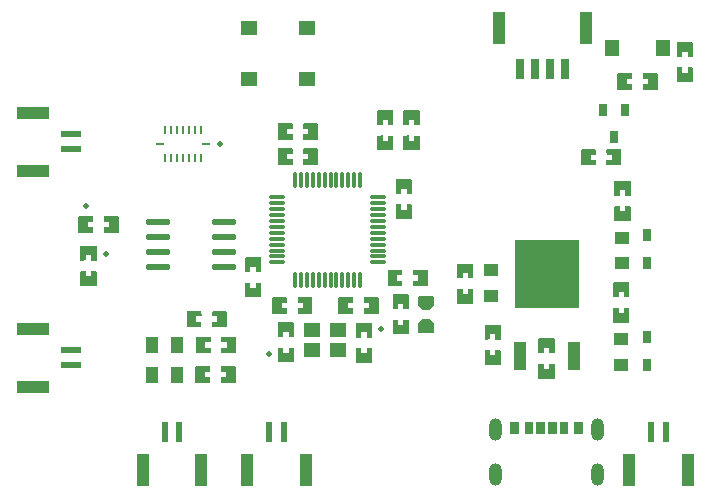
<source format=gtp>
G04 Layer: TopPasteMaskLayer*
G04 EasyEDA Pro v2.1.40, 2023-11-27 11:39:20*
G04 Gerber Generator version 0.3*
G04 Scale: 100 percent, Rotated: No, Reflected: No*
G04 Dimensions in millimeters*
G04 Leading zeros omitted, absolute positions, 3 integers and 5 decimals*
%FSLAX35Y35*%
%MOMM*%
%ADD10R,1.23X1.35999*%
%ADD11R,0.8X1.0*%
%ADD12R,1.4X1.2*%
%ADD13R,1.06401X2.33601*%
%ADD14R,5.4912X5.82602*%
%ADD15R,0.8091X0.25001*%
%ADD16R,0.8X0.25001*%
%ADD17R,0.25001X0.8*%
%ADD18R,0.8X0.25001*%
%ADD19R,0.25001X0.8*%
%ADD20O,2.045X0.58801*%
%ADD21R,0.6X1.7*%
%ADD22R,1.0X2.69999*%
%ADD23R,0.7X1.8*%
%ADD24R,1.0X2.69999*%
%ADD25R,1.7X0.6*%
%ADD26R,2.69999X1.0*%
%ADD27R,1.25001X1.0*%
%ADD28R,1.35999X1.23*%
%ADD29R,0.75001X1.0*%
%ADD30C,0.5*%
%ADD31R,1.0X1.39954*%
%ADD32O,0.27X1.5*%
%ADD33O,1.5X0.27*%
G75*


G04 PolygonModel Start*
G36*
G01X3539220Y-2628560D02*
G01X3495159Y-2628560D01*
G01X3448344Y-2667066D01*
G01Y-2735814D01*
G01X3458344Y-2745814D01*
G01X3576040D01*
G01X3586040Y-2735814D01*
G01Y-2667066D01*
G01X3539220Y-2628560D01*
G37*
G36*
G01X3539220Y-2556561D02*
G01X3495159Y-2556561D01*
G01X3448344Y-2518054D01*
G01Y-2449307D01*
G01X3458344Y-2439307D01*
G01X3576040D01*
G01X3586040Y-2449307D01*
G01Y-2518054D01*
G01X3539220Y-2556561D01*
G37*
G36*
G01X2555400Y-2450504D02*
G01X2555400Y-2578502D01*
G01X2550399Y-2583503D01*
G01X2435398D01*
G01X2430399Y-2578502D01*
G01X2429896Y-2537499D01*
G01X2474898D01*
G01Y-2492500D01*
G01X2430897D01*
G01X2430399Y-2450504D01*
G01X2435398Y-2445502D01*
G01X2550399D01*
G01X2555400Y-2450504D01*
G37*
G36*
G01X2340399Y-2450504D02*
G01X2340397Y-2492500D01*
G01X2295899D01*
G01Y-2537499D01*
G01X2339897D01*
G01X2340399Y-2578502D01*
G01X2335398Y-2583503D01*
G01X2220400D01*
G01X2215398Y-2578502D01*
G01Y-2450504D01*
G01X2220400Y-2445502D01*
G01X2335398D01*
G01X2340399Y-2450504D01*
G37*
G36*
G01X3265624Y-1444577D02*
G01X3393622Y-1444577D01*
G01X3398623Y-1449579D01*
G01Y-1564580D01*
G01X3393622Y-1569578D01*
G01X3352619Y-1570081D01*
G01Y-1525080D01*
G01X3307620D01*
G01Y-1569080D01*
G01X3265624Y-1569578D01*
G01X3260622Y-1564580D01*
G01Y-1449579D01*
G01X3265624Y-1444577D01*
G37*
G36*
G01X3265624Y-1659578D02*
G01X3307620Y-1659581D01*
G01Y-1704079D01*
G01X3352619D01*
G01Y-1660081D01*
G01X3393622Y-1659578D01*
G01X3398623Y-1664579D01*
G01Y-1779578D01*
G01X3393622Y-1784579D01*
G01X3265624D01*
G01X3260622Y-1779578D01*
G01Y-1664579D01*
G01X3265624Y-1659578D01*
G37*
G36*
G01X2262417Y-1319293D02*
G01X2262417Y-1191295D01*
G01X2267418Y-1186294D01*
G01X2382419D01*
G01X2387418Y-1191295D01*
G01X2387921Y-1232298D01*
G01X2342920D01*
G01Y-1277297D01*
G01X2386920D01*
G01X2387418Y-1319293D01*
G01X2382419Y-1324295D01*
G01X2267418D01*
G01X2262417Y-1319293D01*
G37*
G36*
G01X2477418Y-1319293D02*
G01X2477420Y-1277297D01*
G01X2521919D01*
G01Y-1232298D01*
G01X2477921D01*
G01X2477418Y-1191295D01*
G01X2482419Y-1186294D01*
G01X2597418D01*
G01X2602419Y-1191295D01*
G01Y-1319293D01*
G01X2597418Y-1324295D01*
G01X2482419D01*
G01X2477418Y-1319293D01*
G37*
G36*
G01X2116936Y-2447363D02*
G01X1988938Y-2447363D01*
G01X1983937Y-2442362D01*
G01Y-2327361D01*
G01X1988938Y-2322362D01*
G01X2029941Y-2321859D01*
G01Y-2366860D01*
G01X2074940D01*
G01Y-2322860D01*
G01X2116936Y-2322362D01*
G01X2121937Y-2327361D01*
G01Y-2442362D01*
G01X2116936Y-2447363D01*
G37*
G36*
G01X2116936Y-2232362D02*
G01X2074940Y-2232360D01*
G01Y-2187861D01*
G01X2029941D01*
G01Y-2231859D01*
G01X1988938Y-2232362D01*
G01X1983937Y-2227361D01*
G01Y-2112362D01*
G01X1988938Y-2107361D01*
G01X2116936D01*
G01X2121937Y-2112362D01*
G01Y-2227361D01*
G01X2116936Y-2232362D01*
G37*
G36*
G01X3366917Y-2760063D02*
G01X3238918Y-2760063D01*
G01X3233917Y-2755062D01*
G01Y-2640061D01*
G01X3238918Y-2635062D01*
G01X3279922Y-2634559D01*
G01Y-2679560D01*
G01X3324920D01*
G01Y-2635560D01*
G01X3366917Y-2635062D01*
G01X3371918Y-2640061D01*
G01Y-2755062D01*
G01X3366917Y-2760063D01*
G37*
G36*
G01X3366917Y-2545062D02*
G01X3324920Y-2545060D01*
G01Y-2500561D01*
G01X3279922D01*
G01Y-2544559D01*
G01X3238918Y-2545062D01*
G01X3233917Y-2540061D01*
G01Y-2425062D01*
G01X3238918Y-2420061D01*
G01X3366917D01*
G01X3371918Y-2425062D01*
G01Y-2540061D01*
G01X3366917Y-2545062D01*
G37*
G36*
G01X3532423Y-2217864D02*
G01X3532423Y-2345862D01*
G01X3527421Y-2350863D01*
G01X3412420D01*
G01X3407422Y-2345862D01*
G01X3406919Y-2304859D01*
G01X3451920D01*
G01Y-2259860D01*
G01X3407920D01*
G01X3407422Y-2217864D01*
G01X3412420Y-2212862D01*
G01X3527421D01*
G01X3532423Y-2217864D01*
G37*
G36*
G01X3317422Y-2217864D02*
G01X3317419Y-2259860D01*
G01X3272921D01*
G01Y-2304859D01*
G01X3316919D01*
G01X3317422Y-2345862D01*
G01X3312421Y-2350863D01*
G01X3197422D01*
G01X3192421Y-2345862D01*
G01Y-2217864D01*
G01X3197422Y-2212862D01*
G01X3312421D01*
G01X3317422Y-2217864D01*
G37*
G36*
G01X5645384Y-284617D02*
G01X5773382Y-284617D01*
G01X5778383Y-289618D01*
G01Y-404619D01*
G01X5773382Y-409618D01*
G01X5732379Y-410121D01*
G01Y-365120D01*
G01X5687380D01*
G01Y-409120D01*
G01X5645384Y-409618D01*
G01X5640382Y-404619D01*
G01Y-289618D01*
G01X5645384Y-284617D01*
G37*
G36*
G01X5645384Y-499618D02*
G01X5687380Y-499621D01*
G01Y-544119D01*
G01X5732379D01*
G01Y-500121D01*
G01X5773382Y-499618D01*
G01X5778383Y-504619D01*
G01Y-619618D01*
G01X5773382Y-624619D01*
G01X5645384D01*
G01X5640382Y-619618D01*
G01Y-504619D01*
G01X5645384Y-499618D01*
G37*
G36*
G01X2394916Y-2997503D02*
G01X2266918Y-2997503D01*
G01X2261917Y-2992502D01*
G01Y-2877500D01*
G01X2266918Y-2872502D01*
G01X2307921Y-2871999D01*
G01Y-2917000D01*
G01X2352920D01*
G01Y-2873000D01*
G01X2394916Y-2872502D01*
G01X2399917Y-2877500D01*
G01Y-2992502D01*
G01X2394916Y-2997503D01*
G37*
G36*
G01X2394916Y-2782502D02*
G01X2352920Y-2782499D01*
G01Y-2738001D01*
G01X2307921D01*
G01Y-2781999D01*
G01X2266918Y-2782502D01*
G01X2261917Y-2777501D01*
G01Y-2662502D01*
G01X2266918Y-2657501D01*
G01X2394916D01*
G01X2399917Y-2662502D01*
G01Y-2777501D01*
G01X2394916Y-2782502D01*
G37*
G36*
G01X2927908Y-2662497D02*
G01X3055906Y-2662497D01*
G01X3060907Y-2667498D01*
G01Y-2782499D01*
G01X3055906Y-2787498D01*
G01X3014903Y-2788001D01*
G01Y-2743000D01*
G01X2969904D01*
G01Y-2787000D01*
G01X2927908Y-2787498D01*
G01X2922907Y-2782499D01*
G01Y-2667498D01*
G01X2927908Y-2662497D01*
G37*
G36*
G01X2927908Y-2877498D02*
G01X2969904Y-2877500D01*
G01Y-2921999D01*
G01X3014903D01*
G01Y-2878001D01*
G01X3055906Y-2877498D01*
G01X3060907Y-2882499D01*
G01Y-2997498D01*
G01X3055906Y-3002499D01*
G01X2927908D01*
G01X2922907Y-2997498D01*
G01Y-2882499D01*
G01X2927908Y-2877498D01*
G37*
G36*
G01X3459136Y-1201629D02*
G01X3331138Y-1201629D01*
G01X3326137Y-1196628D01*
G01Y-1081627D01*
G01X3331138Y-1076628D01*
G01X3372141Y-1076125D01*
G01Y-1121126D01*
G01X3417140D01*
G01Y-1077126D01*
G01X3459136Y-1076628D01*
G01X3464137Y-1081627D01*
G01Y-1196628D01*
G01X3459136Y-1201629D01*
G37*
G36*
G01X3459136Y-986628D02*
G01X3417140Y-986626D01*
G01Y-942127D01*
G01X3372141D01*
G01Y-986125D01*
G01X3331138Y-986628D01*
G01X3326137Y-981627D01*
G01Y-866628D01*
G01X3331138Y-861627D01*
G01X3459136D01*
G01X3464137Y-866628D01*
G01Y-981627D01*
G01X3459136Y-986628D01*
G37*
G36*
G01X3236021Y-1201629D02*
G01X3108023Y-1201629D01*
G01X3103022Y-1196628D01*
G01Y-1081627D01*
G01X3108023Y-1076628D01*
G01X3149026Y-1076125D01*
G01Y-1121126D01*
G01X3194025D01*
G01Y-1077126D01*
G01X3236021Y-1076628D01*
G01X3241022Y-1081627D01*
G01Y-1196628D01*
G01X3236021Y-1201629D01*
G37*
G36*
G01X3236021Y-986628D02*
G01X3194025Y-986626D01*
G01Y-942127D01*
G01X3149026D01*
G01Y-986125D01*
G01X3108023Y-986628D01*
G01X3103022Y-981627D01*
G01Y-866628D01*
G01X3108023Y-861627D01*
G01X3236021D01*
G01X3241022Y-866628D01*
G01Y-981627D01*
G01X3236021Y-986628D01*
G37*
G36*
G01X1491158Y-2695440D02*
G01X1491158Y-2567442D01*
G01X1496159Y-2562441D01*
G01X1611160D01*
G01X1616159Y-2567442D01*
G01X1616662Y-2608445D01*
G01X1571661D01*
G01Y-2653444D01*
G01X1615661D01*
G01X1616159Y-2695440D01*
G01X1611160Y-2700442D01*
G01X1496159D01*
G01X1491158Y-2695440D01*
G37*
G36*
G01X1706159Y-2695440D02*
G01X1706161Y-2653444D01*
G01X1750659D01*
G01Y-2608445D01*
G01X1706662D01*
G01X1706159Y-2567442D01*
G01X1711160Y-2562441D01*
G01X1826158D01*
G01X1831160Y-2567442D01*
G01Y-2695440D01*
G01X1826158Y-2700442D01*
G01X1711160D01*
G01X1706159Y-2695440D01*
G37*
G36*
G01X5477646Y-556000D02*
G01X5477646Y-683998D01*
G01X5472645Y-688999D01*
G01X5357644D01*
G01X5352645Y-683998D01*
G01X5352142Y-642995D01*
G01X5397144D01*
G01Y-597996D01*
G01X5353143D01*
G01X5352645Y-556000D01*
G01X5357644Y-550999D01*
G01X5472645D01*
G01X5477646Y-556000D01*
G37*
G36*
G01X5262646Y-556000D02*
G01X5262643Y-597996D01*
G01X5218145D01*
G01Y-642995D01*
G01X5262143D01*
G01X5262646Y-683998D01*
G01X5257644Y-688999D01*
G01X5142646D01*
G01X5137645Y-683998D01*
G01Y-556000D01*
G01X5142646Y-550999D01*
G01X5257644D01*
G01X5262646Y-556000D01*
G37*
G36*
G01X3914003Y-2500109D02*
G01X3786004Y-2500109D01*
G01X3781003Y-2495108D01*
G01Y-2380106D01*
G01X3786004Y-2375108D01*
G01X3827008Y-2374605D01*
G01Y-2419606D01*
G01X3872006D01*
G01Y-2375606D01*
G01X3914003Y-2375108D01*
G01X3919004Y-2380106D01*
G01Y-2495108D01*
G01X3914003Y-2500109D01*
G37*
G36*
G01X3914003Y-2285108D02*
G01X3872006Y-2285105D01*
G01Y-2240607D01*
G01X3827008D01*
G01Y-2284605D01*
G01X3786004Y-2285108D01*
G01X3781003Y-2280107D01*
G01Y-2165108D01*
G01X3786004Y-2160107D01*
G01X3914003D01*
G01X3919004Y-2165108D01*
G01Y-2280107D01*
G01X3914003Y-2285108D01*
G37*
G36*
G01X4830001Y-1325029D02*
G01X4830001Y-1197030D01*
G01X4835002Y-1192029D01*
G01X4950003D01*
G01X4955002Y-1197030D01*
G01X4955504Y-1238034D01*
G01X4910503D01*
G01Y-1283032D01*
G01X4954504D01*
G01X4955002Y-1325029D01*
G01X4950003Y-1330030D01*
G01X4835002D01*
G01X4830001Y-1325029D01*
G37*
G36*
G01X5045001Y-1325029D02*
G01X5045004Y-1283032D01*
G01X5089502D01*
G01Y-1238034D01*
G01X5045504D01*
G01X5045001Y-1197030D01*
G01X5050003Y-1192029D01*
G01X5165001D01*
G01X5170002Y-1197030D01*
G01Y-1325029D01*
G01X5165001Y-1330030D01*
G01X5050003D01*
G01X5045001Y-1325029D01*
G37*
G36*
G01X4050220Y-3526248D02*
G02X4160222Y-3526248I55001J0D01*
G01Y-3606248D01*
G02X4050220I-55001J0D01*
G01Y-3526248D01*
G37*
G36*
G01X4914201Y-3526248D02*
G02X5024203Y-3526248I55001J0D01*
G01Y-3606248D01*
G02X4914201I-55001J0D01*
G01Y-3526248D01*
G37*
G36*
G01X4050220Y-3906257D02*
G02X4160222Y-3906257I55001J0D01*
G01Y-3986257D01*
G02X4050220I-55001J0D01*
G01Y-3906257D01*
G37*
G36*
G01X4914201Y-3906257D02*
G02X5024203Y-3906257I55001J0D01*
G01Y-3986257D01*
G02X4914201I-55001J0D01*
G01Y-3906257D01*
G37*
G36*
G01X4227225Y-3503751D02*
G01X4307230Y-3503751D01*
G01Y-3603751D01*
G01X4227225D01*
G01Y-3503751D01*
G37*
G36*
G01X4352213Y-3503751D02*
G01X4422221Y-3503751D01*
G01Y-3603751D01*
G01X4352213D01*
G01Y-3503751D01*
G37*
G36*
G01X4452218Y-3503751D02*
G01X4522213Y-3503751D01*
G01Y-3603751D01*
G01X4452218D01*
G01Y-3503751D01*
G37*
G36*
G01X4552215Y-3503751D02*
G01X4622218Y-3503751D01*
G01Y-3603751D01*
G01X4552215D01*
G01Y-3503751D01*
G37*
G36*
G01X4652218Y-3503751D02*
G01X4722215Y-3503751D01*
G01Y-3603751D01*
G01X4652218D01*
G01Y-3503751D01*
G37*
G36*
G01X4767203Y-3503751D02*
G01X4847208Y-3503751D01*
G01Y-3603751D01*
G01X4767203D01*
G01Y-3503751D01*
G37*
G36*
G01X573733Y-1894001D02*
G01X573733Y-1766002D01*
G01X578734Y-1761001D01*
G01X693735D01*
G01X698734Y-1766002D01*
G01X699237Y-1807006D01*
G01X654236D01*
G01Y-1852004D01*
G01X698236D01*
G01X698734Y-1894001D01*
G01X693735Y-1899002D01*
G01X578734D01*
G01X573733Y-1894001D01*
G37*
G36*
G01X788734Y-1894001D02*
G01X788736Y-1852004D01*
G01X833235D01*
G01Y-1807006D01*
G01X789237D01*
G01X788734Y-1766002D01*
G01X793735Y-1761001D01*
G01X908734D01*
G01X913735Y-1766002D01*
G01Y-1894001D01*
G01X908734Y-1899002D01*
G01X793735D01*
G01X788734Y-1894001D01*
G37*
G36*
G01X595331Y-2009998D02*
G01X723329Y-2009998D01*
G01X728330Y-2014999D01*
G01Y-2130000D01*
G01X723329Y-2134999D01*
G01X682326Y-2135502D01*
G01Y-2090501D01*
G01X637327D01*
G01Y-2134501D01*
G01X595331Y-2134999D01*
G01X590329Y-2130000D01*
G01Y-2014999D01*
G01X595331Y-2009998D01*
G37*
G36*
G01X595331Y-2224999D02*
G01X637327Y-2225001D01*
G01Y-2269500D01*
G01X682326D01*
G01Y-2225502D01*
G01X723329Y-2224999D01*
G01X728330Y-2230000D01*
G01Y-2344999D01*
G01X723329Y-2350000D01*
G01X595331D01*
G01X590329Y-2344999D01*
G01Y-2230000D01*
G01X595331Y-2224999D01*
G37*
G36*
G01X3115443Y-2450504D02*
G01X3115443Y-2578502D01*
G01X3110442Y-2583503D01*
G01X2995441D01*
G01X2990442Y-2578502D01*
G01X2989939Y-2537499D01*
G01X3034940D01*
G01Y-2492500D01*
G01X2990940D01*
G01X2990442Y-2450504D01*
G01X2995441Y-2445502D01*
G01X3110442D01*
G01X3115443Y-2450504D01*
G37*
G36*
G01X2900442Y-2450504D02*
G01X2900439Y-2492500D01*
G01X2855941D01*
G01Y-2537499D01*
G01X2899939D01*
G01X2900442Y-2578502D01*
G01X2895441Y-2583503D01*
G01X2780442D01*
G01X2775441Y-2578502D01*
G01Y-2450504D01*
G01X2780442Y-2445502D01*
G01X2895441D01*
G01X2900442Y-2450504D01*
G37*
G36*
G01X4602000Y-3134164D02*
G01X4474002Y-3134164D01*
G01X4469001Y-3129163D01*
G01Y-3014162D01*
G01X4474002Y-3009163D01*
G01X4515005Y-3008660D01*
G01Y-3053661D01*
G01X4560004D01*
G01Y-3009661D01*
G01X4602000Y-3009163D01*
G01X4607001Y-3014162D01*
G01Y-3129163D01*
G01X4602000Y-3134164D01*
G37*
G36*
G01X4602000Y-2919163D02*
G01X4560004Y-2919161D01*
G01Y-2874662D01*
G01X4515005D01*
G01Y-2918660D01*
G01X4474002Y-2919163D01*
G01X4469001Y-2914162D01*
G01Y-2799163D01*
G01X4474002Y-2794162D01*
G01X4602000D01*
G01X4607001Y-2799163D01*
G01Y-2914162D01*
G01X4602000Y-2919163D01*
G37*
G36*
G01X4018007Y-2678503D02*
G01X4146006Y-2678503D01*
G01X4151007Y-2683504D01*
G01Y-2798505D01*
G01X4146006Y-2803504D01*
G01X4105002Y-2804007D01*
G01Y-2759005D01*
G01X4060004D01*
G01Y-2803006D01*
G01X4018007Y-2803504D01*
G01X4013006Y-2798505D01*
G01Y-2683504D01*
G01X4018007Y-2678503D01*
G37*
G36*
G01X4018007Y-2893503D02*
G01X4060004Y-2893506D01*
G01Y-2938004D01*
G01X4105002D01*
G01Y-2894006D01*
G01X4146006Y-2893503D01*
G01X4151007Y-2898505D01*
G01Y-3013503D01*
G01X4146006Y-3018505D01*
G01X4018007D01*
G01X4013006Y-3013503D01*
G01Y-2898505D01*
G01X4018007Y-2893503D01*
G37*
G36*
G01X5106502Y-2319999D02*
G01X5234500Y-2319999D01*
G01X5239501Y-2325000D01*
G01Y-2440001D01*
G01X5234500Y-2445000D01*
G01X5193497Y-2445503D01*
G01Y-2400502D01*
G01X5148498D01*
G01Y-2444502D01*
G01X5106502Y-2445000D01*
G01X5101500Y-2440001D01*
G01Y-2325000D01*
G01X5106502Y-2319999D01*
G37*
G36*
G01X5106502Y-2535000D02*
G01X5148498Y-2535003D01*
G01Y-2579501D01*
G01X5193497D01*
G01Y-2535503D01*
G01X5234500Y-2535000D01*
G01X5239501Y-2540001D01*
G01Y-2655000D01*
G01X5234500Y-2660001D01*
G01X5106502D01*
G01X5101500Y-2655000D01*
G01Y-2540001D01*
G01X5106502Y-2535000D01*
G37*
G36*
G01X5116002Y-1459858D02*
G01X5244001Y-1459858D01*
G01X5249002Y-1464859D01*
G01Y-1579860D01*
G01X5244001Y-1584859D01*
G01X5202997Y-1585362D01*
G01Y-1540361D01*
G01X5157999D01*
G01Y-1584361D01*
G01X5116002Y-1584859D01*
G01X5111001Y-1579860D01*
G01Y-1464859D01*
G01X5116002Y-1459858D01*
G37*
G36*
G01X5116002Y-1674859D02*
G01X5157999Y-1674861D01*
G01Y-1719360D01*
G01X5202997D01*
G01Y-1675362D01*
G01X5244001Y-1674859D01*
G01X5249002Y-1679860D01*
G01Y-1794858D01*
G01X5244001Y-1799860D01*
G01X5116002D01*
G01X5111001Y-1794858D01*
G01Y-1679860D01*
G01X5116002Y-1674859D01*
G37*
G36*
G01X1909392Y-2786425D02*
G01X1909392Y-2914423D01*
G01X1904391Y-2919424D01*
G01X1789390D01*
G01X1784391Y-2914423D01*
G01X1783888Y-2873420D01*
G01X1828889D01*
G01Y-2828421D01*
G01X1784889D01*
G01X1784391Y-2786425D01*
G01X1789390Y-2781423D01*
G01X1904391D01*
G01X1909392Y-2786425D01*
G37*
G36*
G01X1694391Y-2786425D02*
G01X1694389Y-2828421D01*
G01X1649891D01*
G01Y-2873420D01*
G01X1693888D01*
G01X1694391Y-2914423D01*
G01X1689390Y-2919424D01*
G01X1574392D01*
G01X1569390Y-2914423D01*
G01Y-2786425D01*
G01X1574392Y-2781423D01*
G01X1689390D01*
G01X1694391Y-2786425D01*
G37*
G36*
G01X1905509Y-3036425D02*
G01X1905509Y-3164423D01*
G01X1900508Y-3169424D01*
G01X1785507D01*
G01X1780508Y-3164423D01*
G01X1780005Y-3123420D01*
G01X1825007D01*
G01Y-3078421D01*
G01X1781006D01*
G01X1780508Y-3036425D01*
G01X1785507Y-3031424D01*
G01X1900508D01*
G01X1905509Y-3036425D01*
G37*
G36*
G01X1690508Y-3036425D02*
G01X1690506Y-3078421D01*
G01X1646008D01*
G01Y-3123420D01*
G01X1690006D01*
G01X1690508Y-3164423D01*
G01X1685507Y-3169424D01*
G01X1570509D01*
G01X1565507Y-3164423D01*
G01Y-3036425D01*
G01X1570509Y-3031424D01*
G01X1685507D01*
G01X1690508Y-3036425D01*
G37*
G36*
G01X2262417Y-1106696D02*
G01X2262417Y-978698D01*
G01X2267418Y-973697D01*
G01X2382419D01*
G01X2387418Y-978698D01*
G01X2387921Y-1019701D01*
G01X2342920D01*
G01Y-1064700D01*
G01X2386920D01*
G01X2387418Y-1106696D01*
G01X2382419Y-1111698D01*
G01X2267418D01*
G01X2262417Y-1106696D01*
G37*
G36*
G01X2477418Y-1106696D02*
G01X2477420Y-1064700D01*
G01X2521919D01*
G01Y-1019701D01*
G01X2477921D01*
G01X2477418Y-978698D01*
G01X2482419Y-973697D01*
G01X2597418D01*
G01X2602419Y-978698D01*
G01Y-1106696D01*
G01X2597418Y-1111698D01*
G01X2482419D01*
G01X2477418Y-1106696D01*
G37*
G04 PolygonModel End*

G04 Pad Start*
G54D10*
G01X5089153Y-337339D03*
G01X5526135Y-337339D03*
G54D11*
G01X5015002Y-862678D03*
G01X5109998Y-1092681D03*
G01X5205004Y-862678D03*
G54D12*
G01X2551992Y-2896109D03*
G01X2772007Y-2896109D03*
G01X2772007Y-2721103D03*
G01X2551992Y-2721103D03*
G54D13*
G01X4313551Y-2943103D03*
G01X4771564Y-2943103D03*
G54D14*
G01X4542558Y-2246000D03*
G54D16*
G01X1268510Y-1150331D03*
G54D17*
G01X1310217Y-1270321D03*
G01X1360204Y-1270321D03*
G01X1410217Y-1270321D03*
G01X1460204Y-1270321D03*
G01X1510217Y-1270321D03*
G01X1560204Y-1270321D03*
G01X1610216Y-1270321D03*
G54D18*
G01X1651491Y-1150331D03*
G54D19*
G01X1610216Y-1030342D03*
G01X1560204Y-1030342D03*
G01X1510217Y-1030342D03*
G01X1460204Y-1030342D03*
G01X1410217Y-1030342D03*
G01X1360204Y-1030342D03*
G01X1310217Y-1030342D03*
G54D20*
G01X1252079Y-1805489D03*
G01X1252079Y-1932489D03*
G01X1252079Y-2059489D03*
G01X1252079Y-2186489D03*
G01X1806561Y-1805489D03*
G01X1806561Y-1932489D03*
G01X1806561Y-2059489D03*
G01X1806561Y-2186489D03*
G54D21*
G01X1303747Y-3589997D03*
G01X1428740Y-3589997D03*
G54D22*
G01X1118758Y-3909986D03*
G01X1613754Y-3910011D03*
G54D23*
G01X4690563Y-515003D03*
G01X4565569Y-515003D03*
G01X4440550Y-515003D03*
G01X4315557Y-515003D03*
G54D24*
G01X4873570Y-164991D03*
G54D22*
G01X4132550Y-164991D03*
G54D25*
G01X508627Y-1067431D03*
G01X508627Y-1192424D03*
G54D26*
G01X188638Y-882442D03*
G01X188613Y-1377438D03*
G54D25*
G01X508607Y-2895591D03*
G01X508607Y-3020584D03*
G54D26*
G01X188618Y-2710602D03*
G01X188593Y-3205598D03*
G54D21*
G01X5423535Y-3589997D03*
G01X5548528Y-3589997D03*
G54D22*
G01X5238547Y-3909986D03*
G01X5733542Y-3910011D03*
G54D27*
G01X5170013Y-3016006D03*
G01X5170013Y-2795991D03*
G01X5178884Y-2160003D03*
G01X5178884Y-1939988D03*
G01X4070012Y-2438587D03*
G01X4070012Y-2218573D03*
G54D28*
G01X2509029Y-165009D03*
G01X2509029Y-601991D03*
G54D29*
G01X5385505Y-2782742D03*
G01X5385505Y-3017261D03*
G01X5384233Y-1922742D03*
G01X5384233Y-2157260D03*
G54D30*
G01X1771001Y-1150331D03*
G01X809960Y-2076900D03*
G01X642579Y-1674865D03*
G01X2189857Y-2926046D03*
G01X3133985Y-2717300D03*
G54D31*
G01X1410343Y-3100425D03*
G01X1200285Y-3100425D03*
G01X1408719Y-2850425D03*
G01X1198661Y-2850425D03*
G54D32*
G01X2408905Y-2300263D03*
G01X2458917Y-2300263D03*
G01X2508904Y-2300263D03*
G01X2558917Y-2300263D03*
G01X2608904Y-2300263D03*
G01X2658917Y-2300263D03*
G01X2708904Y-2300263D03*
G01X2758917Y-2300263D03*
G01X2808904Y-2300263D03*
G01X2858916Y-2300263D03*
G01X2908904Y-2300263D03*
G01X2958916Y-2300263D03*
G54D33*
G01X3108903Y-2150276D03*
G01X3108903Y-2100263D03*
G01X3108903Y-2050276D03*
G01X3108903Y-2000263D03*
G01X3108903Y-1950276D03*
G01X3108903Y-1900264D03*
G01X3108903Y-1850276D03*
G01X3108903Y-1800264D03*
G01X3108903Y-1750277D03*
G01X3108903Y-1700264D03*
G01X3108903Y-1650277D03*
G01X3108903Y-1600264D03*
G54D32*
G01X2958916Y-1450277D03*
G01X2908904Y-1450277D03*
G01X2858916Y-1450277D03*
G01X2808904Y-1450277D03*
G01X2758917Y-1450277D03*
G01X2708904Y-1450277D03*
G01X2658917Y-1450277D03*
G01X2608904Y-1450277D03*
G01X2558917Y-1450277D03*
G01X2508904Y-1450277D03*
G01X2458917Y-1450277D03*
G01X2408905Y-1450277D03*
G54D33*
G01X2258918Y-1600264D03*
G01X2258918Y-1650277D03*
G01X2258918Y-1700264D03*
G01X2258918Y-1750277D03*
G01X2258918Y-1800264D03*
G01X2258918Y-1850276D03*
G01X2258918Y-1900264D03*
G01X2258918Y-1950276D03*
G01X2258918Y-2000263D03*
G01X2258918Y-2050276D03*
G01X2258918Y-2100263D03*
G01X2258918Y-2150276D03*
G54D21*
G01X2189139Y-3589993D03*
G01X2314133Y-3589993D03*
G54D22*
G01X2004151Y-3909982D03*
G01X2499146Y-3910007D03*
G54D28*
G01X2021924Y-165049D03*
G01X2021924Y-602031D03*
G04 Pad End*

M02*

</source>
